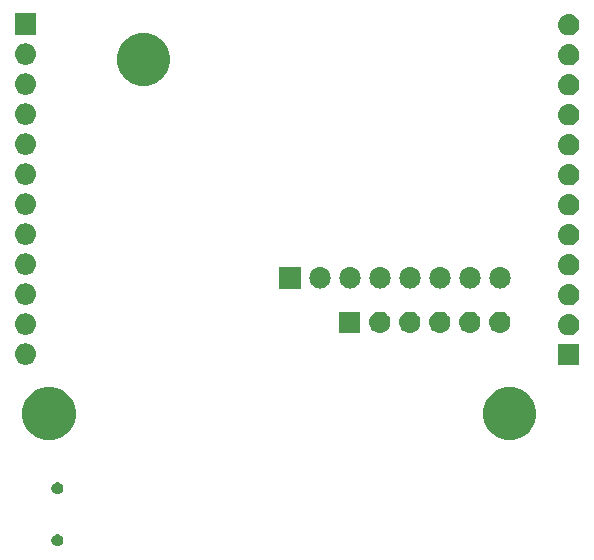
<source format=gbr>
G04 #@! TF.GenerationSoftware,KiCad,Pcbnew,5.1.2-f72e74a~84~ubuntu18.04.1*
G04 #@! TF.CreationDate,2019-07-30T17:12:07-04:00*
G04 #@! TF.ProjectId,fe310-dev,66653331-302d-4646-9576-2e6b69636164,rev?*
G04 #@! TF.SameCoordinates,Original*
G04 #@! TF.FileFunction,Soldermask,Bot*
G04 #@! TF.FilePolarity,Negative*
%FSLAX46Y46*%
G04 Gerber Fmt 4.6, Leading zero omitted, Abs format (unit mm)*
G04 Created by KiCad (PCBNEW 5.1.2-f72e74a~84~ubuntu18.04.1) date 2019-07-30 17:12:07*
%MOMM*%
%LPD*%
G04 APERTURE LIST*
%ADD10C,0.100000*%
G04 APERTURE END LIST*
D10*
G36*
X24797740Y-60208626D02*
G01*
X24846136Y-60218253D01*
X24883902Y-60233896D01*
X24937311Y-60256019D01*
X24937312Y-60256020D01*
X25019369Y-60310848D01*
X25089152Y-60380631D01*
X25089153Y-60380633D01*
X25143981Y-60462689D01*
X25181747Y-60553865D01*
X25201000Y-60650655D01*
X25201000Y-60749345D01*
X25181747Y-60846135D01*
X25143981Y-60937311D01*
X25143980Y-60937312D01*
X25089152Y-61019369D01*
X25019369Y-61089152D01*
X24978062Y-61116752D01*
X24937311Y-61143981D01*
X24883902Y-61166104D01*
X24846136Y-61181747D01*
X24797740Y-61191374D01*
X24749345Y-61201000D01*
X24650655Y-61201000D01*
X24602260Y-61191374D01*
X24553864Y-61181747D01*
X24516098Y-61166104D01*
X24462689Y-61143981D01*
X24421938Y-61116752D01*
X24380631Y-61089152D01*
X24310848Y-61019369D01*
X24256020Y-60937312D01*
X24256019Y-60937311D01*
X24218253Y-60846135D01*
X24199000Y-60749345D01*
X24199000Y-60650655D01*
X24218253Y-60553865D01*
X24256019Y-60462689D01*
X24310847Y-60380633D01*
X24310848Y-60380631D01*
X24380631Y-60310848D01*
X24462688Y-60256020D01*
X24462689Y-60256019D01*
X24516098Y-60233896D01*
X24553864Y-60218253D01*
X24602260Y-60208626D01*
X24650655Y-60199000D01*
X24749345Y-60199000D01*
X24797740Y-60208626D01*
X24797740Y-60208626D01*
G37*
G36*
X24797740Y-55808627D02*
G01*
X24846136Y-55818253D01*
X24883902Y-55833896D01*
X24937311Y-55856019D01*
X24937312Y-55856020D01*
X25019369Y-55910848D01*
X25089152Y-55980631D01*
X25089153Y-55980633D01*
X25143981Y-56062689D01*
X25181747Y-56153865D01*
X25201000Y-56250655D01*
X25201000Y-56349345D01*
X25181747Y-56446135D01*
X25143981Y-56537311D01*
X25143980Y-56537312D01*
X25089152Y-56619369D01*
X25019369Y-56689152D01*
X24978062Y-56716752D01*
X24937311Y-56743981D01*
X24883902Y-56766104D01*
X24846136Y-56781747D01*
X24797740Y-56791373D01*
X24749345Y-56801000D01*
X24650655Y-56801000D01*
X24602260Y-56791373D01*
X24553864Y-56781747D01*
X24516098Y-56766104D01*
X24462689Y-56743981D01*
X24421938Y-56716752D01*
X24380631Y-56689152D01*
X24310848Y-56619369D01*
X24256020Y-56537312D01*
X24256019Y-56537311D01*
X24218253Y-56446135D01*
X24199000Y-56349345D01*
X24199000Y-56250655D01*
X24218253Y-56153865D01*
X24256019Y-56062689D01*
X24310847Y-55980633D01*
X24310848Y-55980631D01*
X24380631Y-55910848D01*
X24462688Y-55856020D01*
X24462689Y-55856019D01*
X24516098Y-55833896D01*
X24553864Y-55818253D01*
X24602260Y-55808627D01*
X24650655Y-55799000D01*
X24749345Y-55799000D01*
X24797740Y-55808627D01*
X24797740Y-55808627D01*
G37*
G36*
X63275880Y-47759776D02*
G01*
X63656593Y-47835504D01*
X64066249Y-48005189D01*
X64434929Y-48251534D01*
X64748466Y-48565071D01*
X64994811Y-48933751D01*
X65164496Y-49343407D01*
X65251000Y-49778296D01*
X65251000Y-50221704D01*
X65164496Y-50656593D01*
X64994811Y-51066249D01*
X64748466Y-51434929D01*
X64434929Y-51748466D01*
X64066249Y-51994811D01*
X63656593Y-52164496D01*
X63275880Y-52240224D01*
X63221705Y-52251000D01*
X62778295Y-52251000D01*
X62724120Y-52240224D01*
X62343407Y-52164496D01*
X61933751Y-51994811D01*
X61565071Y-51748466D01*
X61251534Y-51434929D01*
X61005189Y-51066249D01*
X60835504Y-50656593D01*
X60749000Y-50221704D01*
X60749000Y-49778296D01*
X60835504Y-49343407D01*
X61005189Y-48933751D01*
X61251534Y-48565071D01*
X61565071Y-48251534D01*
X61933751Y-48005189D01*
X62343407Y-47835504D01*
X62724120Y-47759776D01*
X62778295Y-47749000D01*
X63221705Y-47749000D01*
X63275880Y-47759776D01*
X63275880Y-47759776D01*
G37*
G36*
X24275880Y-47759776D02*
G01*
X24656593Y-47835504D01*
X25066249Y-48005189D01*
X25434929Y-48251534D01*
X25748466Y-48565071D01*
X25994811Y-48933751D01*
X26164496Y-49343407D01*
X26251000Y-49778296D01*
X26251000Y-50221704D01*
X26164496Y-50656593D01*
X25994811Y-51066249D01*
X25748466Y-51434929D01*
X25434929Y-51748466D01*
X25066249Y-51994811D01*
X24656593Y-52164496D01*
X24275880Y-52240224D01*
X24221705Y-52251000D01*
X23778295Y-52251000D01*
X23724120Y-52240224D01*
X23343407Y-52164496D01*
X22933751Y-51994811D01*
X22565071Y-51748466D01*
X22251534Y-51434929D01*
X22005189Y-51066249D01*
X21835504Y-50656593D01*
X21749000Y-50221704D01*
X21749000Y-49778296D01*
X21835504Y-49343407D01*
X22005189Y-48933751D01*
X22251534Y-48565071D01*
X22565071Y-48251534D01*
X22933751Y-48005189D01*
X23343407Y-47835504D01*
X23724120Y-47759776D01*
X23778295Y-47749000D01*
X24221705Y-47749000D01*
X24275880Y-47759776D01*
X24275880Y-47759776D01*
G37*
G36*
X68901000Y-45901000D02*
G01*
X67099000Y-45901000D01*
X67099000Y-44099000D01*
X68901000Y-44099000D01*
X68901000Y-45901000D01*
X68901000Y-45901000D01*
G37*
G36*
X22110443Y-44045519D02*
G01*
X22176627Y-44052037D01*
X22346466Y-44103557D01*
X22502991Y-44187222D01*
X22538729Y-44216552D01*
X22640186Y-44299814D01*
X22723448Y-44401271D01*
X22752778Y-44437009D01*
X22836443Y-44593534D01*
X22887963Y-44763373D01*
X22905359Y-44940000D01*
X22887963Y-45116627D01*
X22836443Y-45286466D01*
X22752778Y-45442991D01*
X22723448Y-45478729D01*
X22640186Y-45580186D01*
X22538729Y-45663448D01*
X22502991Y-45692778D01*
X22346466Y-45776443D01*
X22176627Y-45827963D01*
X22110442Y-45834482D01*
X22044260Y-45841000D01*
X21955740Y-45841000D01*
X21889558Y-45834482D01*
X21823373Y-45827963D01*
X21653534Y-45776443D01*
X21497009Y-45692778D01*
X21461271Y-45663448D01*
X21359814Y-45580186D01*
X21276552Y-45478729D01*
X21247222Y-45442991D01*
X21163557Y-45286466D01*
X21112037Y-45116627D01*
X21094641Y-44940000D01*
X21112037Y-44763373D01*
X21163557Y-44593534D01*
X21247222Y-44437009D01*
X21276552Y-44401271D01*
X21359814Y-44299814D01*
X21461271Y-44216552D01*
X21497009Y-44187222D01*
X21653534Y-44103557D01*
X21823373Y-44052037D01*
X21889557Y-44045519D01*
X21955740Y-44039000D01*
X22044260Y-44039000D01*
X22110443Y-44045519D01*
X22110443Y-44045519D01*
G37*
G36*
X68090527Y-41563557D02*
G01*
X68176627Y-41572037D01*
X68346466Y-41623557D01*
X68502991Y-41707222D01*
X68538729Y-41736552D01*
X68640186Y-41819814D01*
X68708892Y-41903534D01*
X68752778Y-41957009D01*
X68836443Y-42113534D01*
X68887963Y-42283373D01*
X68905359Y-42460000D01*
X68887963Y-42636627D01*
X68836443Y-42806466D01*
X68752778Y-42962991D01*
X68723448Y-42998729D01*
X68640186Y-43100186D01*
X68538729Y-43183448D01*
X68502991Y-43212778D01*
X68346466Y-43296443D01*
X68176627Y-43347963D01*
X68110443Y-43354481D01*
X68044260Y-43361000D01*
X67955740Y-43361000D01*
X67889557Y-43354481D01*
X67823373Y-43347963D01*
X67653534Y-43296443D01*
X67497009Y-43212778D01*
X67461271Y-43183448D01*
X67359814Y-43100186D01*
X67276552Y-42998729D01*
X67247222Y-42962991D01*
X67163557Y-42806466D01*
X67112037Y-42636627D01*
X67094641Y-42460000D01*
X67112037Y-42283373D01*
X67163557Y-42113534D01*
X67247222Y-41957009D01*
X67291108Y-41903534D01*
X67359814Y-41819814D01*
X67461271Y-41736552D01*
X67497009Y-41707222D01*
X67653534Y-41623557D01*
X67823373Y-41572037D01*
X67909473Y-41563557D01*
X67955740Y-41559000D01*
X68044260Y-41559000D01*
X68090527Y-41563557D01*
X68090527Y-41563557D01*
G37*
G36*
X22110443Y-41505519D02*
G01*
X22176627Y-41512037D01*
X22346466Y-41563557D01*
X22502991Y-41647222D01*
X22538729Y-41676552D01*
X22640186Y-41759814D01*
X22723448Y-41861271D01*
X22752778Y-41897009D01*
X22836443Y-42053534D01*
X22887963Y-42223373D01*
X22905359Y-42400000D01*
X22887963Y-42576627D01*
X22836443Y-42746466D01*
X22752778Y-42902991D01*
X22723448Y-42938729D01*
X22640186Y-43040186D01*
X22538729Y-43123448D01*
X22502991Y-43152778D01*
X22346466Y-43236443D01*
X22176627Y-43287963D01*
X22110443Y-43294481D01*
X22044260Y-43301000D01*
X21955740Y-43301000D01*
X21889557Y-43294481D01*
X21823373Y-43287963D01*
X21653534Y-43236443D01*
X21497009Y-43152778D01*
X21461271Y-43123448D01*
X21359814Y-43040186D01*
X21276552Y-42938729D01*
X21247222Y-42902991D01*
X21163557Y-42746466D01*
X21112037Y-42576627D01*
X21094641Y-42400000D01*
X21112037Y-42223373D01*
X21163557Y-42053534D01*
X21247222Y-41897009D01*
X21276552Y-41861271D01*
X21359814Y-41759814D01*
X21461271Y-41676552D01*
X21497009Y-41647222D01*
X21653534Y-41563557D01*
X21823373Y-41512037D01*
X21889557Y-41505519D01*
X21955740Y-41499000D01*
X22044260Y-41499000D01*
X22110443Y-41505519D01*
X22110443Y-41505519D01*
G37*
G36*
X50351000Y-43151000D02*
G01*
X48549000Y-43151000D01*
X48549000Y-41349000D01*
X50351000Y-41349000D01*
X50351000Y-43151000D01*
X50351000Y-43151000D01*
G37*
G36*
X57180442Y-41355518D02*
G01*
X57246627Y-41362037D01*
X57416466Y-41413557D01*
X57572991Y-41497222D01*
X57575157Y-41499000D01*
X57710186Y-41609814D01*
X57790125Y-41707221D01*
X57822778Y-41747009D01*
X57906443Y-41903534D01*
X57957963Y-42073373D01*
X57975359Y-42250000D01*
X57957963Y-42426627D01*
X57906443Y-42596466D01*
X57822778Y-42752991D01*
X57793448Y-42788729D01*
X57710186Y-42890186D01*
X57608729Y-42973448D01*
X57572991Y-43002778D01*
X57416466Y-43086443D01*
X57246627Y-43137963D01*
X57180442Y-43144482D01*
X57114260Y-43151000D01*
X57025740Y-43151000D01*
X56959558Y-43144482D01*
X56893373Y-43137963D01*
X56723534Y-43086443D01*
X56567009Y-43002778D01*
X56531271Y-42973448D01*
X56429814Y-42890186D01*
X56346552Y-42788729D01*
X56317222Y-42752991D01*
X56233557Y-42596466D01*
X56182037Y-42426627D01*
X56164641Y-42250000D01*
X56182037Y-42073373D01*
X56233557Y-41903534D01*
X56317222Y-41747009D01*
X56349875Y-41707221D01*
X56429814Y-41609814D01*
X56564843Y-41499000D01*
X56567009Y-41497222D01*
X56723534Y-41413557D01*
X56893373Y-41362037D01*
X56959558Y-41355518D01*
X57025740Y-41349000D01*
X57114260Y-41349000D01*
X57180442Y-41355518D01*
X57180442Y-41355518D01*
G37*
G36*
X54640442Y-41355518D02*
G01*
X54706627Y-41362037D01*
X54876466Y-41413557D01*
X55032991Y-41497222D01*
X55035157Y-41499000D01*
X55170186Y-41609814D01*
X55250125Y-41707221D01*
X55282778Y-41747009D01*
X55366443Y-41903534D01*
X55417963Y-42073373D01*
X55435359Y-42250000D01*
X55417963Y-42426627D01*
X55366443Y-42596466D01*
X55282778Y-42752991D01*
X55253448Y-42788729D01*
X55170186Y-42890186D01*
X55068729Y-42973448D01*
X55032991Y-43002778D01*
X54876466Y-43086443D01*
X54706627Y-43137963D01*
X54640442Y-43144482D01*
X54574260Y-43151000D01*
X54485740Y-43151000D01*
X54419558Y-43144482D01*
X54353373Y-43137963D01*
X54183534Y-43086443D01*
X54027009Y-43002778D01*
X53991271Y-42973448D01*
X53889814Y-42890186D01*
X53806552Y-42788729D01*
X53777222Y-42752991D01*
X53693557Y-42596466D01*
X53642037Y-42426627D01*
X53624641Y-42250000D01*
X53642037Y-42073373D01*
X53693557Y-41903534D01*
X53777222Y-41747009D01*
X53809875Y-41707221D01*
X53889814Y-41609814D01*
X54024843Y-41499000D01*
X54027009Y-41497222D01*
X54183534Y-41413557D01*
X54353373Y-41362037D01*
X54419558Y-41355518D01*
X54485740Y-41349000D01*
X54574260Y-41349000D01*
X54640442Y-41355518D01*
X54640442Y-41355518D01*
G37*
G36*
X59720442Y-41355518D02*
G01*
X59786627Y-41362037D01*
X59956466Y-41413557D01*
X60112991Y-41497222D01*
X60115157Y-41499000D01*
X60250186Y-41609814D01*
X60330125Y-41707221D01*
X60362778Y-41747009D01*
X60446443Y-41903534D01*
X60497963Y-42073373D01*
X60515359Y-42250000D01*
X60497963Y-42426627D01*
X60446443Y-42596466D01*
X60362778Y-42752991D01*
X60333448Y-42788729D01*
X60250186Y-42890186D01*
X60148729Y-42973448D01*
X60112991Y-43002778D01*
X59956466Y-43086443D01*
X59786627Y-43137963D01*
X59720442Y-43144482D01*
X59654260Y-43151000D01*
X59565740Y-43151000D01*
X59499558Y-43144482D01*
X59433373Y-43137963D01*
X59263534Y-43086443D01*
X59107009Y-43002778D01*
X59071271Y-42973448D01*
X58969814Y-42890186D01*
X58886552Y-42788729D01*
X58857222Y-42752991D01*
X58773557Y-42596466D01*
X58722037Y-42426627D01*
X58704641Y-42250000D01*
X58722037Y-42073373D01*
X58773557Y-41903534D01*
X58857222Y-41747009D01*
X58889875Y-41707221D01*
X58969814Y-41609814D01*
X59104843Y-41499000D01*
X59107009Y-41497222D01*
X59263534Y-41413557D01*
X59433373Y-41362037D01*
X59499558Y-41355518D01*
X59565740Y-41349000D01*
X59654260Y-41349000D01*
X59720442Y-41355518D01*
X59720442Y-41355518D01*
G37*
G36*
X52100442Y-41355518D02*
G01*
X52166627Y-41362037D01*
X52336466Y-41413557D01*
X52492991Y-41497222D01*
X52495157Y-41499000D01*
X52630186Y-41609814D01*
X52710125Y-41707221D01*
X52742778Y-41747009D01*
X52826443Y-41903534D01*
X52877963Y-42073373D01*
X52895359Y-42250000D01*
X52877963Y-42426627D01*
X52826443Y-42596466D01*
X52742778Y-42752991D01*
X52713448Y-42788729D01*
X52630186Y-42890186D01*
X52528729Y-42973448D01*
X52492991Y-43002778D01*
X52336466Y-43086443D01*
X52166627Y-43137963D01*
X52100442Y-43144482D01*
X52034260Y-43151000D01*
X51945740Y-43151000D01*
X51879558Y-43144482D01*
X51813373Y-43137963D01*
X51643534Y-43086443D01*
X51487009Y-43002778D01*
X51451271Y-42973448D01*
X51349814Y-42890186D01*
X51266552Y-42788729D01*
X51237222Y-42752991D01*
X51153557Y-42596466D01*
X51102037Y-42426627D01*
X51084641Y-42250000D01*
X51102037Y-42073373D01*
X51153557Y-41903534D01*
X51237222Y-41747009D01*
X51269875Y-41707221D01*
X51349814Y-41609814D01*
X51484843Y-41499000D01*
X51487009Y-41497222D01*
X51643534Y-41413557D01*
X51813373Y-41362037D01*
X51879558Y-41355518D01*
X51945740Y-41349000D01*
X52034260Y-41349000D01*
X52100442Y-41355518D01*
X52100442Y-41355518D01*
G37*
G36*
X62260442Y-41355518D02*
G01*
X62326627Y-41362037D01*
X62496466Y-41413557D01*
X62652991Y-41497222D01*
X62655157Y-41499000D01*
X62790186Y-41609814D01*
X62870125Y-41707221D01*
X62902778Y-41747009D01*
X62986443Y-41903534D01*
X63037963Y-42073373D01*
X63055359Y-42250000D01*
X63037963Y-42426627D01*
X62986443Y-42596466D01*
X62902778Y-42752991D01*
X62873448Y-42788729D01*
X62790186Y-42890186D01*
X62688729Y-42973448D01*
X62652991Y-43002778D01*
X62496466Y-43086443D01*
X62326627Y-43137963D01*
X62260442Y-43144482D01*
X62194260Y-43151000D01*
X62105740Y-43151000D01*
X62039558Y-43144482D01*
X61973373Y-43137963D01*
X61803534Y-43086443D01*
X61647009Y-43002778D01*
X61611271Y-42973448D01*
X61509814Y-42890186D01*
X61426552Y-42788729D01*
X61397222Y-42752991D01*
X61313557Y-42596466D01*
X61262037Y-42426627D01*
X61244641Y-42250000D01*
X61262037Y-42073373D01*
X61313557Y-41903534D01*
X61397222Y-41747009D01*
X61429875Y-41707221D01*
X61509814Y-41609814D01*
X61644843Y-41499000D01*
X61647009Y-41497222D01*
X61803534Y-41413557D01*
X61973373Y-41362037D01*
X62039558Y-41355518D01*
X62105740Y-41349000D01*
X62194260Y-41349000D01*
X62260442Y-41355518D01*
X62260442Y-41355518D01*
G37*
G36*
X68090527Y-39023557D02*
G01*
X68176627Y-39032037D01*
X68346466Y-39083557D01*
X68502991Y-39167222D01*
X68538729Y-39196552D01*
X68640186Y-39279814D01*
X68703537Y-39357009D01*
X68752778Y-39417009D01*
X68836443Y-39573534D01*
X68887963Y-39743373D01*
X68905359Y-39920000D01*
X68887963Y-40096627D01*
X68836443Y-40266466D01*
X68752778Y-40422991D01*
X68723448Y-40458729D01*
X68640186Y-40560186D01*
X68538729Y-40643448D01*
X68502991Y-40672778D01*
X68346466Y-40756443D01*
X68176627Y-40807963D01*
X68110443Y-40814481D01*
X68044260Y-40821000D01*
X67955740Y-40821000D01*
X67889557Y-40814481D01*
X67823373Y-40807963D01*
X67653534Y-40756443D01*
X67497009Y-40672778D01*
X67461271Y-40643448D01*
X67359814Y-40560186D01*
X67276552Y-40458729D01*
X67247222Y-40422991D01*
X67163557Y-40266466D01*
X67112037Y-40096627D01*
X67094641Y-39920000D01*
X67112037Y-39743373D01*
X67163557Y-39573534D01*
X67247222Y-39417009D01*
X67296463Y-39357009D01*
X67359814Y-39279814D01*
X67461271Y-39196552D01*
X67497009Y-39167222D01*
X67653534Y-39083557D01*
X67823373Y-39032037D01*
X67909473Y-39023557D01*
X67955740Y-39019000D01*
X68044260Y-39019000D01*
X68090527Y-39023557D01*
X68090527Y-39023557D01*
G37*
G36*
X22110443Y-38965519D02*
G01*
X22176627Y-38972037D01*
X22346466Y-39023557D01*
X22502991Y-39107222D01*
X22538729Y-39136552D01*
X22640186Y-39219814D01*
X22723448Y-39321271D01*
X22752778Y-39357009D01*
X22836443Y-39513534D01*
X22887963Y-39683373D01*
X22905359Y-39860000D01*
X22887963Y-40036627D01*
X22836443Y-40206466D01*
X22752778Y-40362991D01*
X22723448Y-40398729D01*
X22640186Y-40500186D01*
X22538729Y-40583448D01*
X22502991Y-40612778D01*
X22346466Y-40696443D01*
X22176627Y-40747963D01*
X22110443Y-40754481D01*
X22044260Y-40761000D01*
X21955740Y-40761000D01*
X21889557Y-40754481D01*
X21823373Y-40747963D01*
X21653534Y-40696443D01*
X21497009Y-40612778D01*
X21461271Y-40583448D01*
X21359814Y-40500186D01*
X21276552Y-40398729D01*
X21247222Y-40362991D01*
X21163557Y-40206466D01*
X21112037Y-40036627D01*
X21094641Y-39860000D01*
X21112037Y-39683373D01*
X21163557Y-39513534D01*
X21247222Y-39357009D01*
X21276552Y-39321271D01*
X21359814Y-39219814D01*
X21461271Y-39136552D01*
X21497009Y-39107222D01*
X21653534Y-39023557D01*
X21823373Y-38972037D01*
X21889557Y-38965519D01*
X21955740Y-38959000D01*
X22044260Y-38959000D01*
X22110443Y-38965519D01*
X22110443Y-38965519D01*
G37*
G36*
X57210443Y-37605519D02*
G01*
X57276627Y-37612037D01*
X57446466Y-37663557D01*
X57602991Y-37747222D01*
X57638729Y-37776552D01*
X57740186Y-37859814D01*
X57822557Y-37960185D01*
X57852778Y-37997009D01*
X57936443Y-38153534D01*
X57987963Y-38323373D01*
X58005359Y-38500000D01*
X57987963Y-38676627D01*
X57936443Y-38846466D01*
X57852778Y-39002991D01*
X57835900Y-39023557D01*
X57740186Y-39140186D01*
X57643156Y-39219815D01*
X57602991Y-39252778D01*
X57446466Y-39336443D01*
X57276627Y-39387963D01*
X57210443Y-39394481D01*
X57144260Y-39401000D01*
X57055740Y-39401000D01*
X56989557Y-39394481D01*
X56923373Y-39387963D01*
X56753534Y-39336443D01*
X56597009Y-39252778D01*
X56556844Y-39219815D01*
X56459814Y-39140186D01*
X56364100Y-39023557D01*
X56347222Y-39002991D01*
X56263557Y-38846466D01*
X56212037Y-38676627D01*
X56194641Y-38500000D01*
X56212037Y-38323373D01*
X56263557Y-38153534D01*
X56347222Y-37997009D01*
X56377443Y-37960185D01*
X56459814Y-37859814D01*
X56561271Y-37776552D01*
X56597009Y-37747222D01*
X56753534Y-37663557D01*
X56923373Y-37612037D01*
X56989557Y-37605519D01*
X57055740Y-37599000D01*
X57144260Y-37599000D01*
X57210443Y-37605519D01*
X57210443Y-37605519D01*
G37*
G36*
X45301000Y-39401000D02*
G01*
X43499000Y-39401000D01*
X43499000Y-37599000D01*
X45301000Y-37599000D01*
X45301000Y-39401000D01*
X45301000Y-39401000D01*
G37*
G36*
X62290443Y-37605519D02*
G01*
X62356627Y-37612037D01*
X62526466Y-37663557D01*
X62682991Y-37747222D01*
X62718729Y-37776552D01*
X62820186Y-37859814D01*
X62902557Y-37960185D01*
X62932778Y-37997009D01*
X63016443Y-38153534D01*
X63067963Y-38323373D01*
X63085359Y-38500000D01*
X63067963Y-38676627D01*
X63016443Y-38846466D01*
X62932778Y-39002991D01*
X62915900Y-39023557D01*
X62820186Y-39140186D01*
X62723156Y-39219815D01*
X62682991Y-39252778D01*
X62526466Y-39336443D01*
X62356627Y-39387963D01*
X62290443Y-39394481D01*
X62224260Y-39401000D01*
X62135740Y-39401000D01*
X62069557Y-39394481D01*
X62003373Y-39387963D01*
X61833534Y-39336443D01*
X61677009Y-39252778D01*
X61636844Y-39219815D01*
X61539814Y-39140186D01*
X61444100Y-39023557D01*
X61427222Y-39002991D01*
X61343557Y-38846466D01*
X61292037Y-38676627D01*
X61274641Y-38500000D01*
X61292037Y-38323373D01*
X61343557Y-38153534D01*
X61427222Y-37997009D01*
X61457443Y-37960185D01*
X61539814Y-37859814D01*
X61641271Y-37776552D01*
X61677009Y-37747222D01*
X61833534Y-37663557D01*
X62003373Y-37612037D01*
X62069557Y-37605519D01*
X62135740Y-37599000D01*
X62224260Y-37599000D01*
X62290443Y-37605519D01*
X62290443Y-37605519D01*
G37*
G36*
X54670443Y-37605519D02*
G01*
X54736627Y-37612037D01*
X54906466Y-37663557D01*
X55062991Y-37747222D01*
X55098729Y-37776552D01*
X55200186Y-37859814D01*
X55282557Y-37960185D01*
X55312778Y-37997009D01*
X55396443Y-38153534D01*
X55447963Y-38323373D01*
X55465359Y-38500000D01*
X55447963Y-38676627D01*
X55396443Y-38846466D01*
X55312778Y-39002991D01*
X55295900Y-39023557D01*
X55200186Y-39140186D01*
X55103156Y-39219815D01*
X55062991Y-39252778D01*
X54906466Y-39336443D01*
X54736627Y-39387963D01*
X54670443Y-39394481D01*
X54604260Y-39401000D01*
X54515740Y-39401000D01*
X54449557Y-39394481D01*
X54383373Y-39387963D01*
X54213534Y-39336443D01*
X54057009Y-39252778D01*
X54016844Y-39219815D01*
X53919814Y-39140186D01*
X53824100Y-39023557D01*
X53807222Y-39002991D01*
X53723557Y-38846466D01*
X53672037Y-38676627D01*
X53654641Y-38500000D01*
X53672037Y-38323373D01*
X53723557Y-38153534D01*
X53807222Y-37997009D01*
X53837443Y-37960185D01*
X53919814Y-37859814D01*
X54021271Y-37776552D01*
X54057009Y-37747222D01*
X54213534Y-37663557D01*
X54383373Y-37612037D01*
X54449557Y-37605519D01*
X54515740Y-37599000D01*
X54604260Y-37599000D01*
X54670443Y-37605519D01*
X54670443Y-37605519D01*
G37*
G36*
X49590443Y-37605519D02*
G01*
X49656627Y-37612037D01*
X49826466Y-37663557D01*
X49982991Y-37747222D01*
X50018729Y-37776552D01*
X50120186Y-37859814D01*
X50202557Y-37960185D01*
X50232778Y-37997009D01*
X50316443Y-38153534D01*
X50367963Y-38323373D01*
X50385359Y-38500000D01*
X50367963Y-38676627D01*
X50316443Y-38846466D01*
X50232778Y-39002991D01*
X50215900Y-39023557D01*
X50120186Y-39140186D01*
X50023156Y-39219815D01*
X49982991Y-39252778D01*
X49826466Y-39336443D01*
X49656627Y-39387963D01*
X49590443Y-39394481D01*
X49524260Y-39401000D01*
X49435740Y-39401000D01*
X49369557Y-39394481D01*
X49303373Y-39387963D01*
X49133534Y-39336443D01*
X48977009Y-39252778D01*
X48936844Y-39219815D01*
X48839814Y-39140186D01*
X48744100Y-39023557D01*
X48727222Y-39002991D01*
X48643557Y-38846466D01*
X48592037Y-38676627D01*
X48574641Y-38500000D01*
X48592037Y-38323373D01*
X48643557Y-38153534D01*
X48727222Y-37997009D01*
X48757443Y-37960185D01*
X48839814Y-37859814D01*
X48941271Y-37776552D01*
X48977009Y-37747222D01*
X49133534Y-37663557D01*
X49303373Y-37612037D01*
X49369557Y-37605519D01*
X49435740Y-37599000D01*
X49524260Y-37599000D01*
X49590443Y-37605519D01*
X49590443Y-37605519D01*
G37*
G36*
X59750443Y-37605519D02*
G01*
X59816627Y-37612037D01*
X59986466Y-37663557D01*
X60142991Y-37747222D01*
X60178729Y-37776552D01*
X60280186Y-37859814D01*
X60362557Y-37960185D01*
X60392778Y-37997009D01*
X60476443Y-38153534D01*
X60527963Y-38323373D01*
X60545359Y-38500000D01*
X60527963Y-38676627D01*
X60476443Y-38846466D01*
X60392778Y-39002991D01*
X60375900Y-39023557D01*
X60280186Y-39140186D01*
X60183156Y-39219815D01*
X60142991Y-39252778D01*
X59986466Y-39336443D01*
X59816627Y-39387963D01*
X59750443Y-39394481D01*
X59684260Y-39401000D01*
X59595740Y-39401000D01*
X59529557Y-39394481D01*
X59463373Y-39387963D01*
X59293534Y-39336443D01*
X59137009Y-39252778D01*
X59096844Y-39219815D01*
X58999814Y-39140186D01*
X58904100Y-39023557D01*
X58887222Y-39002991D01*
X58803557Y-38846466D01*
X58752037Y-38676627D01*
X58734641Y-38500000D01*
X58752037Y-38323373D01*
X58803557Y-38153534D01*
X58887222Y-37997009D01*
X58917443Y-37960185D01*
X58999814Y-37859814D01*
X59101271Y-37776552D01*
X59137009Y-37747222D01*
X59293534Y-37663557D01*
X59463373Y-37612037D01*
X59529557Y-37605519D01*
X59595740Y-37599000D01*
X59684260Y-37599000D01*
X59750443Y-37605519D01*
X59750443Y-37605519D01*
G37*
G36*
X47050443Y-37605519D02*
G01*
X47116627Y-37612037D01*
X47286466Y-37663557D01*
X47442991Y-37747222D01*
X47478729Y-37776552D01*
X47580186Y-37859814D01*
X47662557Y-37960185D01*
X47692778Y-37997009D01*
X47776443Y-38153534D01*
X47827963Y-38323373D01*
X47845359Y-38500000D01*
X47827963Y-38676627D01*
X47776443Y-38846466D01*
X47692778Y-39002991D01*
X47675900Y-39023557D01*
X47580186Y-39140186D01*
X47483156Y-39219815D01*
X47442991Y-39252778D01*
X47286466Y-39336443D01*
X47116627Y-39387963D01*
X47050443Y-39394481D01*
X46984260Y-39401000D01*
X46895740Y-39401000D01*
X46829557Y-39394481D01*
X46763373Y-39387963D01*
X46593534Y-39336443D01*
X46437009Y-39252778D01*
X46396844Y-39219815D01*
X46299814Y-39140186D01*
X46204100Y-39023557D01*
X46187222Y-39002991D01*
X46103557Y-38846466D01*
X46052037Y-38676627D01*
X46034641Y-38500000D01*
X46052037Y-38323373D01*
X46103557Y-38153534D01*
X46187222Y-37997009D01*
X46217443Y-37960185D01*
X46299814Y-37859814D01*
X46401271Y-37776552D01*
X46437009Y-37747222D01*
X46593534Y-37663557D01*
X46763373Y-37612037D01*
X46829557Y-37605519D01*
X46895740Y-37599000D01*
X46984260Y-37599000D01*
X47050443Y-37605519D01*
X47050443Y-37605519D01*
G37*
G36*
X52130443Y-37605519D02*
G01*
X52196627Y-37612037D01*
X52366466Y-37663557D01*
X52522991Y-37747222D01*
X52558729Y-37776552D01*
X52660186Y-37859814D01*
X52742557Y-37960185D01*
X52772778Y-37997009D01*
X52856443Y-38153534D01*
X52907963Y-38323373D01*
X52925359Y-38500000D01*
X52907963Y-38676627D01*
X52856443Y-38846466D01*
X52772778Y-39002991D01*
X52755900Y-39023557D01*
X52660186Y-39140186D01*
X52563156Y-39219815D01*
X52522991Y-39252778D01*
X52366466Y-39336443D01*
X52196627Y-39387963D01*
X52130443Y-39394481D01*
X52064260Y-39401000D01*
X51975740Y-39401000D01*
X51909557Y-39394481D01*
X51843373Y-39387963D01*
X51673534Y-39336443D01*
X51517009Y-39252778D01*
X51476844Y-39219815D01*
X51379814Y-39140186D01*
X51284100Y-39023557D01*
X51267222Y-39002991D01*
X51183557Y-38846466D01*
X51132037Y-38676627D01*
X51114641Y-38500000D01*
X51132037Y-38323373D01*
X51183557Y-38153534D01*
X51267222Y-37997009D01*
X51297443Y-37960185D01*
X51379814Y-37859814D01*
X51481271Y-37776552D01*
X51517009Y-37747222D01*
X51673534Y-37663557D01*
X51843373Y-37612037D01*
X51909557Y-37605519D01*
X51975740Y-37599000D01*
X52064260Y-37599000D01*
X52130443Y-37605519D01*
X52130443Y-37605519D01*
G37*
G36*
X68090527Y-36483557D02*
G01*
X68176627Y-36492037D01*
X68346466Y-36543557D01*
X68502991Y-36627222D01*
X68538729Y-36656552D01*
X68640186Y-36739814D01*
X68703537Y-36817009D01*
X68752778Y-36877009D01*
X68836443Y-37033534D01*
X68887963Y-37203373D01*
X68905359Y-37380000D01*
X68887963Y-37556627D01*
X68836443Y-37726466D01*
X68752778Y-37882991D01*
X68723448Y-37918729D01*
X68640186Y-38020186D01*
X68538729Y-38103448D01*
X68502991Y-38132778D01*
X68346466Y-38216443D01*
X68176627Y-38267963D01*
X68110443Y-38274481D01*
X68044260Y-38281000D01*
X67955740Y-38281000D01*
X67889557Y-38274481D01*
X67823373Y-38267963D01*
X67653534Y-38216443D01*
X67497009Y-38132778D01*
X67461271Y-38103448D01*
X67359814Y-38020186D01*
X67276552Y-37918729D01*
X67247222Y-37882991D01*
X67163557Y-37726466D01*
X67112037Y-37556627D01*
X67094641Y-37380000D01*
X67112037Y-37203373D01*
X67163557Y-37033534D01*
X67247222Y-36877009D01*
X67296463Y-36817009D01*
X67359814Y-36739814D01*
X67461271Y-36656552D01*
X67497009Y-36627222D01*
X67653534Y-36543557D01*
X67823373Y-36492037D01*
X67909473Y-36483557D01*
X67955740Y-36479000D01*
X68044260Y-36479000D01*
X68090527Y-36483557D01*
X68090527Y-36483557D01*
G37*
G36*
X22110443Y-36425519D02*
G01*
X22176627Y-36432037D01*
X22346466Y-36483557D01*
X22502991Y-36567222D01*
X22538729Y-36596552D01*
X22640186Y-36679814D01*
X22723448Y-36781271D01*
X22752778Y-36817009D01*
X22836443Y-36973534D01*
X22887963Y-37143373D01*
X22905359Y-37320000D01*
X22887963Y-37496627D01*
X22836443Y-37666466D01*
X22752778Y-37822991D01*
X22723448Y-37858729D01*
X22640186Y-37960186D01*
X22538729Y-38043448D01*
X22502991Y-38072778D01*
X22346466Y-38156443D01*
X22176627Y-38207963D01*
X22110443Y-38214481D01*
X22044260Y-38221000D01*
X21955740Y-38221000D01*
X21889557Y-38214481D01*
X21823373Y-38207963D01*
X21653534Y-38156443D01*
X21497009Y-38072778D01*
X21461271Y-38043448D01*
X21359814Y-37960186D01*
X21276552Y-37858729D01*
X21247222Y-37822991D01*
X21163557Y-37666466D01*
X21112037Y-37496627D01*
X21094641Y-37320000D01*
X21112037Y-37143373D01*
X21163557Y-36973534D01*
X21247222Y-36817009D01*
X21276552Y-36781271D01*
X21359814Y-36679814D01*
X21461271Y-36596552D01*
X21497009Y-36567222D01*
X21653534Y-36483557D01*
X21823373Y-36432037D01*
X21889557Y-36425519D01*
X21955740Y-36419000D01*
X22044260Y-36419000D01*
X22110443Y-36425519D01*
X22110443Y-36425519D01*
G37*
G36*
X68090527Y-33943557D02*
G01*
X68176627Y-33952037D01*
X68346466Y-34003557D01*
X68502991Y-34087222D01*
X68538729Y-34116552D01*
X68640186Y-34199814D01*
X68703537Y-34277009D01*
X68752778Y-34337009D01*
X68836443Y-34493534D01*
X68887963Y-34663373D01*
X68905359Y-34840000D01*
X68887963Y-35016627D01*
X68836443Y-35186466D01*
X68752778Y-35342991D01*
X68723448Y-35378729D01*
X68640186Y-35480186D01*
X68538729Y-35563448D01*
X68502991Y-35592778D01*
X68346466Y-35676443D01*
X68176627Y-35727963D01*
X68110443Y-35734481D01*
X68044260Y-35741000D01*
X67955740Y-35741000D01*
X67889557Y-35734481D01*
X67823373Y-35727963D01*
X67653534Y-35676443D01*
X67497009Y-35592778D01*
X67461271Y-35563448D01*
X67359814Y-35480186D01*
X67276552Y-35378729D01*
X67247222Y-35342991D01*
X67163557Y-35186466D01*
X67112037Y-35016627D01*
X67094641Y-34840000D01*
X67112037Y-34663373D01*
X67163557Y-34493534D01*
X67247222Y-34337009D01*
X67296463Y-34277009D01*
X67359814Y-34199814D01*
X67461271Y-34116552D01*
X67497009Y-34087222D01*
X67653534Y-34003557D01*
X67823373Y-33952037D01*
X67909473Y-33943557D01*
X67955740Y-33939000D01*
X68044260Y-33939000D01*
X68090527Y-33943557D01*
X68090527Y-33943557D01*
G37*
G36*
X22110442Y-33885518D02*
G01*
X22176627Y-33892037D01*
X22346466Y-33943557D01*
X22502991Y-34027222D01*
X22538729Y-34056552D01*
X22640186Y-34139814D01*
X22723448Y-34241271D01*
X22752778Y-34277009D01*
X22836443Y-34433534D01*
X22887963Y-34603373D01*
X22905359Y-34780000D01*
X22887963Y-34956627D01*
X22836443Y-35126466D01*
X22752778Y-35282991D01*
X22723448Y-35318729D01*
X22640186Y-35420186D01*
X22538729Y-35503448D01*
X22502991Y-35532778D01*
X22346466Y-35616443D01*
X22176627Y-35667963D01*
X22110443Y-35674481D01*
X22044260Y-35681000D01*
X21955740Y-35681000D01*
X21889557Y-35674481D01*
X21823373Y-35667963D01*
X21653534Y-35616443D01*
X21497009Y-35532778D01*
X21461271Y-35503448D01*
X21359814Y-35420186D01*
X21276552Y-35318729D01*
X21247222Y-35282991D01*
X21163557Y-35126466D01*
X21112037Y-34956627D01*
X21094641Y-34780000D01*
X21112037Y-34603373D01*
X21163557Y-34433534D01*
X21247222Y-34277009D01*
X21276552Y-34241271D01*
X21359814Y-34139814D01*
X21461271Y-34056552D01*
X21497009Y-34027222D01*
X21653534Y-33943557D01*
X21823373Y-33892037D01*
X21889558Y-33885518D01*
X21955740Y-33879000D01*
X22044260Y-33879000D01*
X22110442Y-33885518D01*
X22110442Y-33885518D01*
G37*
G36*
X68090527Y-31403557D02*
G01*
X68176627Y-31412037D01*
X68346466Y-31463557D01*
X68502991Y-31547222D01*
X68538729Y-31576552D01*
X68640186Y-31659814D01*
X68703537Y-31737009D01*
X68752778Y-31797009D01*
X68836443Y-31953534D01*
X68887963Y-32123373D01*
X68905359Y-32300000D01*
X68887963Y-32476627D01*
X68836443Y-32646466D01*
X68752778Y-32802991D01*
X68723448Y-32838729D01*
X68640186Y-32940186D01*
X68538729Y-33023448D01*
X68502991Y-33052778D01*
X68346466Y-33136443D01*
X68176627Y-33187963D01*
X68110443Y-33194481D01*
X68044260Y-33201000D01*
X67955740Y-33201000D01*
X67889557Y-33194481D01*
X67823373Y-33187963D01*
X67653534Y-33136443D01*
X67497009Y-33052778D01*
X67461271Y-33023448D01*
X67359814Y-32940186D01*
X67276552Y-32838729D01*
X67247222Y-32802991D01*
X67163557Y-32646466D01*
X67112037Y-32476627D01*
X67094641Y-32300000D01*
X67112037Y-32123373D01*
X67163557Y-31953534D01*
X67247222Y-31797009D01*
X67296463Y-31737009D01*
X67359814Y-31659814D01*
X67461271Y-31576552D01*
X67497009Y-31547222D01*
X67653534Y-31463557D01*
X67823373Y-31412037D01*
X67909473Y-31403557D01*
X67955740Y-31399000D01*
X68044260Y-31399000D01*
X68090527Y-31403557D01*
X68090527Y-31403557D01*
G37*
G36*
X22110443Y-31345519D02*
G01*
X22176627Y-31352037D01*
X22346466Y-31403557D01*
X22502991Y-31487222D01*
X22538729Y-31516552D01*
X22640186Y-31599814D01*
X22723448Y-31701271D01*
X22752778Y-31737009D01*
X22836443Y-31893534D01*
X22887963Y-32063373D01*
X22905359Y-32240000D01*
X22887963Y-32416627D01*
X22836443Y-32586466D01*
X22752778Y-32742991D01*
X22723448Y-32778729D01*
X22640186Y-32880186D01*
X22538729Y-32963448D01*
X22502991Y-32992778D01*
X22346466Y-33076443D01*
X22176627Y-33127963D01*
X22110443Y-33134481D01*
X22044260Y-33141000D01*
X21955740Y-33141000D01*
X21889557Y-33134481D01*
X21823373Y-33127963D01*
X21653534Y-33076443D01*
X21497009Y-32992778D01*
X21461271Y-32963448D01*
X21359814Y-32880186D01*
X21276552Y-32778729D01*
X21247222Y-32742991D01*
X21163557Y-32586466D01*
X21112037Y-32416627D01*
X21094641Y-32240000D01*
X21112037Y-32063373D01*
X21163557Y-31893534D01*
X21247222Y-31737009D01*
X21276552Y-31701271D01*
X21359814Y-31599814D01*
X21461271Y-31516552D01*
X21497009Y-31487222D01*
X21653534Y-31403557D01*
X21823373Y-31352037D01*
X21889557Y-31345519D01*
X21955740Y-31339000D01*
X22044260Y-31339000D01*
X22110443Y-31345519D01*
X22110443Y-31345519D01*
G37*
G36*
X68090527Y-28863557D02*
G01*
X68176627Y-28872037D01*
X68346466Y-28923557D01*
X68502991Y-29007222D01*
X68538729Y-29036552D01*
X68640186Y-29119814D01*
X68703537Y-29197009D01*
X68752778Y-29257009D01*
X68836443Y-29413534D01*
X68887963Y-29583373D01*
X68905359Y-29760000D01*
X68887963Y-29936627D01*
X68836443Y-30106466D01*
X68752778Y-30262991D01*
X68723448Y-30298729D01*
X68640186Y-30400186D01*
X68538729Y-30483448D01*
X68502991Y-30512778D01*
X68346466Y-30596443D01*
X68176627Y-30647963D01*
X68110442Y-30654482D01*
X68044260Y-30661000D01*
X67955740Y-30661000D01*
X67889558Y-30654482D01*
X67823373Y-30647963D01*
X67653534Y-30596443D01*
X67497009Y-30512778D01*
X67461271Y-30483448D01*
X67359814Y-30400186D01*
X67276552Y-30298729D01*
X67247222Y-30262991D01*
X67163557Y-30106466D01*
X67112037Y-29936627D01*
X67094641Y-29760000D01*
X67112037Y-29583373D01*
X67163557Y-29413534D01*
X67247222Y-29257009D01*
X67296463Y-29197009D01*
X67359814Y-29119814D01*
X67461271Y-29036552D01*
X67497009Y-29007222D01*
X67653534Y-28923557D01*
X67823373Y-28872037D01*
X67909473Y-28863557D01*
X67955740Y-28859000D01*
X68044260Y-28859000D01*
X68090527Y-28863557D01*
X68090527Y-28863557D01*
G37*
G36*
X22110442Y-28805518D02*
G01*
X22176627Y-28812037D01*
X22346466Y-28863557D01*
X22502991Y-28947222D01*
X22538729Y-28976552D01*
X22640186Y-29059814D01*
X22723448Y-29161271D01*
X22752778Y-29197009D01*
X22836443Y-29353534D01*
X22887963Y-29523373D01*
X22905359Y-29700000D01*
X22887963Y-29876627D01*
X22836443Y-30046466D01*
X22752778Y-30202991D01*
X22723448Y-30238729D01*
X22640186Y-30340186D01*
X22538729Y-30423448D01*
X22502991Y-30452778D01*
X22346466Y-30536443D01*
X22176627Y-30587963D01*
X22110443Y-30594481D01*
X22044260Y-30601000D01*
X21955740Y-30601000D01*
X21889557Y-30594481D01*
X21823373Y-30587963D01*
X21653534Y-30536443D01*
X21497009Y-30452778D01*
X21461271Y-30423448D01*
X21359814Y-30340186D01*
X21276552Y-30238729D01*
X21247222Y-30202991D01*
X21163557Y-30046466D01*
X21112037Y-29876627D01*
X21094641Y-29700000D01*
X21112037Y-29523373D01*
X21163557Y-29353534D01*
X21247222Y-29197009D01*
X21276552Y-29161271D01*
X21359814Y-29059814D01*
X21461271Y-28976552D01*
X21497009Y-28947222D01*
X21653534Y-28863557D01*
X21823373Y-28812037D01*
X21889558Y-28805518D01*
X21955740Y-28799000D01*
X22044260Y-28799000D01*
X22110442Y-28805518D01*
X22110442Y-28805518D01*
G37*
G36*
X68090527Y-26323557D02*
G01*
X68176627Y-26332037D01*
X68346466Y-26383557D01*
X68502991Y-26467222D01*
X68538729Y-26496552D01*
X68640186Y-26579814D01*
X68703537Y-26657009D01*
X68752778Y-26717009D01*
X68836443Y-26873534D01*
X68887963Y-27043373D01*
X68905359Y-27220000D01*
X68887963Y-27396627D01*
X68836443Y-27566466D01*
X68752778Y-27722991D01*
X68723448Y-27758729D01*
X68640186Y-27860186D01*
X68538729Y-27943448D01*
X68502991Y-27972778D01*
X68346466Y-28056443D01*
X68176627Y-28107963D01*
X68110443Y-28114481D01*
X68044260Y-28121000D01*
X67955740Y-28121000D01*
X67889557Y-28114481D01*
X67823373Y-28107963D01*
X67653534Y-28056443D01*
X67497009Y-27972778D01*
X67461271Y-27943448D01*
X67359814Y-27860186D01*
X67276552Y-27758729D01*
X67247222Y-27722991D01*
X67163557Y-27566466D01*
X67112037Y-27396627D01*
X67094641Y-27220000D01*
X67112037Y-27043373D01*
X67163557Y-26873534D01*
X67247222Y-26717009D01*
X67296463Y-26657009D01*
X67359814Y-26579814D01*
X67461271Y-26496552D01*
X67497009Y-26467222D01*
X67653534Y-26383557D01*
X67823373Y-26332037D01*
X67909473Y-26323557D01*
X67955740Y-26319000D01*
X68044260Y-26319000D01*
X68090527Y-26323557D01*
X68090527Y-26323557D01*
G37*
G36*
X22110443Y-26265519D02*
G01*
X22176627Y-26272037D01*
X22346466Y-26323557D01*
X22502991Y-26407222D01*
X22538729Y-26436552D01*
X22640186Y-26519814D01*
X22723448Y-26621271D01*
X22752778Y-26657009D01*
X22836443Y-26813534D01*
X22887963Y-26983373D01*
X22905359Y-27160000D01*
X22887963Y-27336627D01*
X22836443Y-27506466D01*
X22752778Y-27662991D01*
X22723448Y-27698729D01*
X22640186Y-27800186D01*
X22538729Y-27883448D01*
X22502991Y-27912778D01*
X22346466Y-27996443D01*
X22176627Y-28047963D01*
X22110442Y-28054482D01*
X22044260Y-28061000D01*
X21955740Y-28061000D01*
X21889558Y-28054482D01*
X21823373Y-28047963D01*
X21653534Y-27996443D01*
X21497009Y-27912778D01*
X21461271Y-27883448D01*
X21359814Y-27800186D01*
X21276552Y-27698729D01*
X21247222Y-27662991D01*
X21163557Y-27506466D01*
X21112037Y-27336627D01*
X21094641Y-27160000D01*
X21112037Y-26983373D01*
X21163557Y-26813534D01*
X21247222Y-26657009D01*
X21276552Y-26621271D01*
X21359814Y-26519814D01*
X21461271Y-26436552D01*
X21497009Y-26407222D01*
X21653534Y-26323557D01*
X21823373Y-26272037D01*
X21889557Y-26265519D01*
X21955740Y-26259000D01*
X22044260Y-26259000D01*
X22110443Y-26265519D01*
X22110443Y-26265519D01*
G37*
G36*
X68090527Y-23783557D02*
G01*
X68176627Y-23792037D01*
X68346466Y-23843557D01*
X68502991Y-23927222D01*
X68538729Y-23956552D01*
X68640186Y-24039814D01*
X68703537Y-24117009D01*
X68752778Y-24177009D01*
X68836443Y-24333534D01*
X68887963Y-24503373D01*
X68905359Y-24680000D01*
X68887963Y-24856627D01*
X68836443Y-25026466D01*
X68752778Y-25182991D01*
X68723448Y-25218729D01*
X68640186Y-25320186D01*
X68538729Y-25403448D01*
X68502991Y-25432778D01*
X68346466Y-25516443D01*
X68176627Y-25567963D01*
X68110443Y-25574481D01*
X68044260Y-25581000D01*
X67955740Y-25581000D01*
X67889557Y-25574481D01*
X67823373Y-25567963D01*
X67653534Y-25516443D01*
X67497009Y-25432778D01*
X67461271Y-25403448D01*
X67359814Y-25320186D01*
X67276552Y-25218729D01*
X67247222Y-25182991D01*
X67163557Y-25026466D01*
X67112037Y-24856627D01*
X67094641Y-24680000D01*
X67112037Y-24503373D01*
X67163557Y-24333534D01*
X67247222Y-24177009D01*
X67296463Y-24117009D01*
X67359814Y-24039814D01*
X67461271Y-23956552D01*
X67497009Y-23927222D01*
X67653534Y-23843557D01*
X67823373Y-23792037D01*
X67909473Y-23783557D01*
X67955740Y-23779000D01*
X68044260Y-23779000D01*
X68090527Y-23783557D01*
X68090527Y-23783557D01*
G37*
G36*
X22110443Y-23725519D02*
G01*
X22176627Y-23732037D01*
X22346466Y-23783557D01*
X22502991Y-23867222D01*
X22538729Y-23896552D01*
X22640186Y-23979814D01*
X22723448Y-24081271D01*
X22752778Y-24117009D01*
X22836443Y-24273534D01*
X22887963Y-24443373D01*
X22905359Y-24620000D01*
X22887963Y-24796627D01*
X22836443Y-24966466D01*
X22752778Y-25122991D01*
X22723448Y-25158729D01*
X22640186Y-25260186D01*
X22538729Y-25343448D01*
X22502991Y-25372778D01*
X22346466Y-25456443D01*
X22176627Y-25507963D01*
X22110442Y-25514482D01*
X22044260Y-25521000D01*
X21955740Y-25521000D01*
X21889557Y-25514481D01*
X21823373Y-25507963D01*
X21653534Y-25456443D01*
X21497009Y-25372778D01*
X21461271Y-25343448D01*
X21359814Y-25260186D01*
X21276552Y-25158729D01*
X21247222Y-25122991D01*
X21163557Y-24966466D01*
X21112037Y-24796627D01*
X21094641Y-24620000D01*
X21112037Y-24443373D01*
X21163557Y-24273534D01*
X21247222Y-24117009D01*
X21276552Y-24081271D01*
X21359814Y-23979814D01*
X21461271Y-23896552D01*
X21497009Y-23867222D01*
X21653534Y-23783557D01*
X21823373Y-23732037D01*
X21889557Y-23725519D01*
X21955740Y-23719000D01*
X22044260Y-23719000D01*
X22110443Y-23725519D01*
X22110443Y-23725519D01*
G37*
G36*
X68090527Y-21243557D02*
G01*
X68176627Y-21252037D01*
X68346466Y-21303557D01*
X68502991Y-21387222D01*
X68538729Y-21416552D01*
X68640186Y-21499814D01*
X68695919Y-21567726D01*
X68752778Y-21637009D01*
X68836443Y-21793534D01*
X68887963Y-21963373D01*
X68905359Y-22140000D01*
X68887963Y-22316627D01*
X68836443Y-22486466D01*
X68752778Y-22642991D01*
X68723448Y-22678729D01*
X68640186Y-22780186D01*
X68538729Y-22863448D01*
X68502991Y-22892778D01*
X68346466Y-22976443D01*
X68176627Y-23027963D01*
X68110443Y-23034481D01*
X68044260Y-23041000D01*
X67955740Y-23041000D01*
X67889557Y-23034481D01*
X67823373Y-23027963D01*
X67653534Y-22976443D01*
X67497009Y-22892778D01*
X67461271Y-22863448D01*
X67359814Y-22780186D01*
X67276552Y-22678729D01*
X67247222Y-22642991D01*
X67163557Y-22486466D01*
X67112037Y-22316627D01*
X67094641Y-22140000D01*
X67112037Y-21963373D01*
X67163557Y-21793534D01*
X67247222Y-21637009D01*
X67304081Y-21567726D01*
X67359814Y-21499814D01*
X67461271Y-21416552D01*
X67497009Y-21387222D01*
X67653534Y-21303557D01*
X67823373Y-21252037D01*
X67909473Y-21243557D01*
X67955740Y-21239000D01*
X68044260Y-21239000D01*
X68090527Y-21243557D01*
X68090527Y-21243557D01*
G37*
G36*
X22110442Y-21185518D02*
G01*
X22176627Y-21192037D01*
X22346466Y-21243557D01*
X22502991Y-21327222D01*
X22516761Y-21338523D01*
X22640186Y-21439814D01*
X22716688Y-21533033D01*
X22752778Y-21577009D01*
X22752779Y-21577011D01*
X22812904Y-21689495D01*
X22836443Y-21733534D01*
X22887963Y-21903373D01*
X22905359Y-22080000D01*
X22887963Y-22256627D01*
X22836443Y-22426466D01*
X22752778Y-22582991D01*
X22723448Y-22618729D01*
X22640186Y-22720186D01*
X22538729Y-22803448D01*
X22502991Y-22832778D01*
X22346466Y-22916443D01*
X22176627Y-22967963D01*
X22110443Y-22974481D01*
X22044260Y-22981000D01*
X21955740Y-22981000D01*
X21889557Y-22974481D01*
X21823373Y-22967963D01*
X21653534Y-22916443D01*
X21497009Y-22832778D01*
X21461271Y-22803448D01*
X21359814Y-22720186D01*
X21276552Y-22618729D01*
X21247222Y-22582991D01*
X21163557Y-22426466D01*
X21112037Y-22256627D01*
X21094641Y-22080000D01*
X21112037Y-21903373D01*
X21163557Y-21733534D01*
X21187097Y-21689495D01*
X21247221Y-21577011D01*
X21247222Y-21577009D01*
X21283312Y-21533033D01*
X21359814Y-21439814D01*
X21483239Y-21338523D01*
X21497009Y-21327222D01*
X21653534Y-21243557D01*
X21823373Y-21192037D01*
X21889558Y-21185518D01*
X21955740Y-21179000D01*
X22044260Y-21179000D01*
X22110442Y-21185518D01*
X22110442Y-21185518D01*
G37*
G36*
X32275880Y-17759776D02*
G01*
X32656593Y-17835504D01*
X33066249Y-18005189D01*
X33434929Y-18251534D01*
X33748466Y-18565071D01*
X33994811Y-18933751D01*
X34164496Y-19343407D01*
X34251000Y-19778296D01*
X34251000Y-20221704D01*
X34164496Y-20656593D01*
X33994811Y-21066249D01*
X33748466Y-21434929D01*
X33434929Y-21748466D01*
X33066249Y-21994811D01*
X32656593Y-22164496D01*
X32275880Y-22240224D01*
X32221705Y-22251000D01*
X31778295Y-22251000D01*
X31724120Y-22240224D01*
X31343407Y-22164496D01*
X30933751Y-21994811D01*
X30565071Y-21748466D01*
X30251534Y-21434929D01*
X30005189Y-21066249D01*
X29835504Y-20656593D01*
X29749000Y-20221704D01*
X29749000Y-19778296D01*
X29835504Y-19343407D01*
X30005189Y-18933751D01*
X30251534Y-18565071D01*
X30565071Y-18251534D01*
X30933751Y-18005189D01*
X31343407Y-17835504D01*
X31724120Y-17759776D01*
X31778295Y-17749000D01*
X32221705Y-17749000D01*
X32275880Y-17759776D01*
X32275880Y-17759776D01*
G37*
G36*
X68090527Y-18703557D02*
G01*
X68176627Y-18712037D01*
X68346466Y-18763557D01*
X68502991Y-18847222D01*
X68534120Y-18872769D01*
X68640186Y-18959814D01*
X68692220Y-19023219D01*
X68752778Y-19097009D01*
X68752779Y-19097011D01*
X68801754Y-19188635D01*
X68836443Y-19253534D01*
X68887963Y-19423373D01*
X68905359Y-19600000D01*
X68887963Y-19776627D01*
X68836443Y-19946466D01*
X68752778Y-20102991D01*
X68741308Y-20116967D01*
X68640186Y-20240186D01*
X68553316Y-20311477D01*
X68502991Y-20352778D01*
X68346466Y-20436443D01*
X68176627Y-20487963D01*
X68110442Y-20494482D01*
X68044260Y-20501000D01*
X67955740Y-20501000D01*
X67889558Y-20494482D01*
X67823373Y-20487963D01*
X67653534Y-20436443D01*
X67497009Y-20352778D01*
X67446684Y-20311477D01*
X67359814Y-20240186D01*
X67258692Y-20116967D01*
X67247222Y-20102991D01*
X67163557Y-19946466D01*
X67112037Y-19776627D01*
X67094641Y-19600000D01*
X67112037Y-19423373D01*
X67163557Y-19253534D01*
X67198247Y-19188635D01*
X67247221Y-19097011D01*
X67247222Y-19097009D01*
X67307780Y-19023219D01*
X67359814Y-18959814D01*
X67465880Y-18872769D01*
X67497009Y-18847222D01*
X67653534Y-18763557D01*
X67823373Y-18712037D01*
X67909473Y-18703557D01*
X67955740Y-18699000D01*
X68044260Y-18699000D01*
X68090527Y-18703557D01*
X68090527Y-18703557D01*
G37*
G36*
X22088212Y-18643329D02*
G01*
X22176627Y-18652037D01*
X22346466Y-18703557D01*
X22502991Y-18787222D01*
X22538729Y-18816552D01*
X22640186Y-18899814D01*
X22723448Y-19001271D01*
X22752778Y-19037009D01*
X22836443Y-19193534D01*
X22887963Y-19363373D01*
X22905359Y-19540000D01*
X22887963Y-19716627D01*
X22836443Y-19886466D01*
X22752778Y-20042991D01*
X22723448Y-20078729D01*
X22640186Y-20180186D01*
X22538729Y-20263448D01*
X22502991Y-20292778D01*
X22346466Y-20376443D01*
X22176627Y-20427963D01*
X22110443Y-20434481D01*
X22044260Y-20441000D01*
X21955740Y-20441000D01*
X21889557Y-20434481D01*
X21823373Y-20427963D01*
X21653534Y-20376443D01*
X21497009Y-20292778D01*
X21461271Y-20263448D01*
X21359814Y-20180186D01*
X21276552Y-20078729D01*
X21247222Y-20042991D01*
X21163557Y-19886466D01*
X21112037Y-19716627D01*
X21094641Y-19540000D01*
X21112037Y-19363373D01*
X21163557Y-19193534D01*
X21247222Y-19037009D01*
X21276552Y-19001271D01*
X21359814Y-18899814D01*
X21461271Y-18816552D01*
X21497009Y-18787222D01*
X21653534Y-18703557D01*
X21823373Y-18652037D01*
X21911788Y-18643329D01*
X21955740Y-18639000D01*
X22044260Y-18639000D01*
X22088212Y-18643329D01*
X22088212Y-18643329D01*
G37*
G36*
X68110443Y-16165519D02*
G01*
X68176627Y-16172037D01*
X68346466Y-16223557D01*
X68502991Y-16307222D01*
X68538729Y-16336552D01*
X68640186Y-16419814D01*
X68723448Y-16521271D01*
X68752778Y-16557009D01*
X68836443Y-16713534D01*
X68887963Y-16883373D01*
X68905359Y-17060000D01*
X68887963Y-17236627D01*
X68836443Y-17406466D01*
X68752778Y-17562991D01*
X68723448Y-17598729D01*
X68640186Y-17700186D01*
X68538729Y-17783448D01*
X68502991Y-17812778D01*
X68346466Y-17896443D01*
X68176627Y-17947963D01*
X68110442Y-17954482D01*
X68044260Y-17961000D01*
X67955740Y-17961000D01*
X67889558Y-17954482D01*
X67823373Y-17947963D01*
X67653534Y-17896443D01*
X67497009Y-17812778D01*
X67461271Y-17783448D01*
X67359814Y-17700186D01*
X67276552Y-17598729D01*
X67247222Y-17562991D01*
X67163557Y-17406466D01*
X67112037Y-17236627D01*
X67094641Y-17060000D01*
X67112037Y-16883373D01*
X67163557Y-16713534D01*
X67247222Y-16557009D01*
X67276552Y-16521271D01*
X67359814Y-16419814D01*
X67461271Y-16336552D01*
X67497009Y-16307222D01*
X67653534Y-16223557D01*
X67823373Y-16172037D01*
X67889557Y-16165519D01*
X67955740Y-16159000D01*
X68044260Y-16159000D01*
X68110443Y-16165519D01*
X68110443Y-16165519D01*
G37*
G36*
X22901000Y-17901000D02*
G01*
X21099000Y-17901000D01*
X21099000Y-16099000D01*
X22901000Y-16099000D01*
X22901000Y-17901000D01*
X22901000Y-17901000D01*
G37*
M02*

</source>
